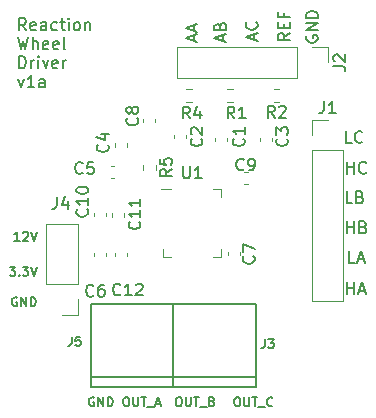
<source format=gbr>
%TF.GenerationSoftware,KiCad,Pcbnew,8.0.6-8.0.6-0~ubuntu24.04.1*%
%TF.CreationDate,2024-12-07T14:27:23-08:00*%
%TF.ProjectId,reaction_wheel,72656163-7469-46f6-9e5f-776865656c2e,v1a*%
%TF.SameCoordinates,Original*%
%TF.FileFunction,Legend,Top*%
%TF.FilePolarity,Positive*%
%FSLAX46Y46*%
G04 Gerber Fmt 4.6, Leading zero omitted, Abs format (unit mm)*
G04 Created by KiCad (PCBNEW 8.0.6-8.0.6-0~ubuntu24.04.1) date 2024-12-07 14:27:23*
%MOMM*%
%LPD*%
G01*
G04 APERTURE LIST*
%ADD10C,0.127000*%
%ADD11C,0.150000*%
%ADD12C,0.120000*%
%ADD13C,0.203200*%
G04 APERTURE END LIST*
D10*
X130832162Y-93113141D02*
X130977305Y-93113141D01*
X130977305Y-93113141D02*
X131049876Y-93149427D01*
X131049876Y-93149427D02*
X131122448Y-93221998D01*
X131122448Y-93221998D02*
X131158733Y-93367141D01*
X131158733Y-93367141D02*
X131158733Y-93621141D01*
X131158733Y-93621141D02*
X131122448Y-93766284D01*
X131122448Y-93766284D02*
X131049876Y-93838856D01*
X131049876Y-93838856D02*
X130977305Y-93875141D01*
X130977305Y-93875141D02*
X130832162Y-93875141D01*
X130832162Y-93875141D02*
X130759591Y-93838856D01*
X130759591Y-93838856D02*
X130687019Y-93766284D01*
X130687019Y-93766284D02*
X130650733Y-93621141D01*
X130650733Y-93621141D02*
X130650733Y-93367141D01*
X130650733Y-93367141D02*
X130687019Y-93221998D01*
X130687019Y-93221998D02*
X130759591Y-93149427D01*
X130759591Y-93149427D02*
X130832162Y-93113141D01*
X131485305Y-93113141D02*
X131485305Y-93729998D01*
X131485305Y-93729998D02*
X131521591Y-93802570D01*
X131521591Y-93802570D02*
X131557877Y-93838856D01*
X131557877Y-93838856D02*
X131630448Y-93875141D01*
X131630448Y-93875141D02*
X131775591Y-93875141D01*
X131775591Y-93875141D02*
X131848162Y-93838856D01*
X131848162Y-93838856D02*
X131884448Y-93802570D01*
X131884448Y-93802570D02*
X131920734Y-93729998D01*
X131920734Y-93729998D02*
X131920734Y-93113141D01*
X132174734Y-93113141D02*
X132610163Y-93113141D01*
X132392448Y-93875141D02*
X132392448Y-93113141D01*
X132682734Y-93947713D02*
X133263305Y-93947713D01*
X133408447Y-93657427D02*
X133771305Y-93657427D01*
X133335876Y-93875141D02*
X133589876Y-93113141D01*
X133589876Y-93113141D02*
X133843876Y-93875141D01*
D11*
X122408207Y-62039987D02*
X122074874Y-61563796D01*
X121836779Y-62039987D02*
X121836779Y-61039987D01*
X121836779Y-61039987D02*
X122217731Y-61039987D01*
X122217731Y-61039987D02*
X122312969Y-61087606D01*
X122312969Y-61087606D02*
X122360588Y-61135225D01*
X122360588Y-61135225D02*
X122408207Y-61230463D01*
X122408207Y-61230463D02*
X122408207Y-61373320D01*
X122408207Y-61373320D02*
X122360588Y-61468558D01*
X122360588Y-61468558D02*
X122312969Y-61516177D01*
X122312969Y-61516177D02*
X122217731Y-61563796D01*
X122217731Y-61563796D02*
X121836779Y-61563796D01*
X123217731Y-61992368D02*
X123122493Y-62039987D01*
X123122493Y-62039987D02*
X122932017Y-62039987D01*
X122932017Y-62039987D02*
X122836779Y-61992368D01*
X122836779Y-61992368D02*
X122789160Y-61897129D01*
X122789160Y-61897129D02*
X122789160Y-61516177D01*
X122789160Y-61516177D02*
X122836779Y-61420939D01*
X122836779Y-61420939D02*
X122932017Y-61373320D01*
X122932017Y-61373320D02*
X123122493Y-61373320D01*
X123122493Y-61373320D02*
X123217731Y-61420939D01*
X123217731Y-61420939D02*
X123265350Y-61516177D01*
X123265350Y-61516177D02*
X123265350Y-61611415D01*
X123265350Y-61611415D02*
X122789160Y-61706653D01*
X124122493Y-62039987D02*
X124122493Y-61516177D01*
X124122493Y-61516177D02*
X124074874Y-61420939D01*
X124074874Y-61420939D02*
X123979636Y-61373320D01*
X123979636Y-61373320D02*
X123789160Y-61373320D01*
X123789160Y-61373320D02*
X123693922Y-61420939D01*
X124122493Y-61992368D02*
X124027255Y-62039987D01*
X124027255Y-62039987D02*
X123789160Y-62039987D01*
X123789160Y-62039987D02*
X123693922Y-61992368D01*
X123693922Y-61992368D02*
X123646303Y-61897129D01*
X123646303Y-61897129D02*
X123646303Y-61801891D01*
X123646303Y-61801891D02*
X123693922Y-61706653D01*
X123693922Y-61706653D02*
X123789160Y-61659034D01*
X123789160Y-61659034D02*
X124027255Y-61659034D01*
X124027255Y-61659034D02*
X124122493Y-61611415D01*
X125027255Y-61992368D02*
X124932017Y-62039987D01*
X124932017Y-62039987D02*
X124741541Y-62039987D01*
X124741541Y-62039987D02*
X124646303Y-61992368D01*
X124646303Y-61992368D02*
X124598684Y-61944748D01*
X124598684Y-61944748D02*
X124551065Y-61849510D01*
X124551065Y-61849510D02*
X124551065Y-61563796D01*
X124551065Y-61563796D02*
X124598684Y-61468558D01*
X124598684Y-61468558D02*
X124646303Y-61420939D01*
X124646303Y-61420939D02*
X124741541Y-61373320D01*
X124741541Y-61373320D02*
X124932017Y-61373320D01*
X124932017Y-61373320D02*
X125027255Y-61420939D01*
X125312970Y-61373320D02*
X125693922Y-61373320D01*
X125455827Y-61039987D02*
X125455827Y-61897129D01*
X125455827Y-61897129D02*
X125503446Y-61992368D01*
X125503446Y-61992368D02*
X125598684Y-62039987D01*
X125598684Y-62039987D02*
X125693922Y-62039987D01*
X126027256Y-62039987D02*
X126027256Y-61373320D01*
X126027256Y-61039987D02*
X125979637Y-61087606D01*
X125979637Y-61087606D02*
X126027256Y-61135225D01*
X126027256Y-61135225D02*
X126074875Y-61087606D01*
X126074875Y-61087606D02*
X126027256Y-61039987D01*
X126027256Y-61039987D02*
X126027256Y-61135225D01*
X126646303Y-62039987D02*
X126551065Y-61992368D01*
X126551065Y-61992368D02*
X126503446Y-61944748D01*
X126503446Y-61944748D02*
X126455827Y-61849510D01*
X126455827Y-61849510D02*
X126455827Y-61563796D01*
X126455827Y-61563796D02*
X126503446Y-61468558D01*
X126503446Y-61468558D02*
X126551065Y-61420939D01*
X126551065Y-61420939D02*
X126646303Y-61373320D01*
X126646303Y-61373320D02*
X126789160Y-61373320D01*
X126789160Y-61373320D02*
X126884398Y-61420939D01*
X126884398Y-61420939D02*
X126932017Y-61468558D01*
X126932017Y-61468558D02*
X126979636Y-61563796D01*
X126979636Y-61563796D02*
X126979636Y-61849510D01*
X126979636Y-61849510D02*
X126932017Y-61944748D01*
X126932017Y-61944748D02*
X126884398Y-61992368D01*
X126884398Y-61992368D02*
X126789160Y-62039987D01*
X126789160Y-62039987D02*
X126646303Y-62039987D01*
X127408208Y-61373320D02*
X127408208Y-62039987D01*
X127408208Y-61468558D02*
X127455827Y-61420939D01*
X127455827Y-61420939D02*
X127551065Y-61373320D01*
X127551065Y-61373320D02*
X127693922Y-61373320D01*
X127693922Y-61373320D02*
X127789160Y-61420939D01*
X127789160Y-61420939D02*
X127836779Y-61516177D01*
X127836779Y-61516177D02*
X127836779Y-62039987D01*
X121741541Y-62649931D02*
X121979636Y-63649931D01*
X121979636Y-63649931D02*
X122170112Y-62935645D01*
X122170112Y-62935645D02*
X122360588Y-63649931D01*
X122360588Y-63649931D02*
X122598684Y-62649931D01*
X122979636Y-63649931D02*
X122979636Y-62649931D01*
X123408207Y-63649931D02*
X123408207Y-63126121D01*
X123408207Y-63126121D02*
X123360588Y-63030883D01*
X123360588Y-63030883D02*
X123265350Y-62983264D01*
X123265350Y-62983264D02*
X123122493Y-62983264D01*
X123122493Y-62983264D02*
X123027255Y-63030883D01*
X123027255Y-63030883D02*
X122979636Y-63078502D01*
X124265350Y-63602312D02*
X124170112Y-63649931D01*
X124170112Y-63649931D02*
X123979636Y-63649931D01*
X123979636Y-63649931D02*
X123884398Y-63602312D01*
X123884398Y-63602312D02*
X123836779Y-63507073D01*
X123836779Y-63507073D02*
X123836779Y-63126121D01*
X123836779Y-63126121D02*
X123884398Y-63030883D01*
X123884398Y-63030883D02*
X123979636Y-62983264D01*
X123979636Y-62983264D02*
X124170112Y-62983264D01*
X124170112Y-62983264D02*
X124265350Y-63030883D01*
X124265350Y-63030883D02*
X124312969Y-63126121D01*
X124312969Y-63126121D02*
X124312969Y-63221359D01*
X124312969Y-63221359D02*
X123836779Y-63316597D01*
X125122493Y-63602312D02*
X125027255Y-63649931D01*
X125027255Y-63649931D02*
X124836779Y-63649931D01*
X124836779Y-63649931D02*
X124741541Y-63602312D01*
X124741541Y-63602312D02*
X124693922Y-63507073D01*
X124693922Y-63507073D02*
X124693922Y-63126121D01*
X124693922Y-63126121D02*
X124741541Y-63030883D01*
X124741541Y-63030883D02*
X124836779Y-62983264D01*
X124836779Y-62983264D02*
X125027255Y-62983264D01*
X125027255Y-62983264D02*
X125122493Y-63030883D01*
X125122493Y-63030883D02*
X125170112Y-63126121D01*
X125170112Y-63126121D02*
X125170112Y-63221359D01*
X125170112Y-63221359D02*
X124693922Y-63316597D01*
X125741541Y-63649931D02*
X125646303Y-63602312D01*
X125646303Y-63602312D02*
X125598684Y-63507073D01*
X125598684Y-63507073D02*
X125598684Y-62649931D01*
X121836779Y-65259875D02*
X121836779Y-64259875D01*
X121836779Y-64259875D02*
X122074874Y-64259875D01*
X122074874Y-64259875D02*
X122217731Y-64307494D01*
X122217731Y-64307494D02*
X122312969Y-64402732D01*
X122312969Y-64402732D02*
X122360588Y-64497970D01*
X122360588Y-64497970D02*
X122408207Y-64688446D01*
X122408207Y-64688446D02*
X122408207Y-64831303D01*
X122408207Y-64831303D02*
X122360588Y-65021779D01*
X122360588Y-65021779D02*
X122312969Y-65117017D01*
X122312969Y-65117017D02*
X122217731Y-65212256D01*
X122217731Y-65212256D02*
X122074874Y-65259875D01*
X122074874Y-65259875D02*
X121836779Y-65259875D01*
X122836779Y-65259875D02*
X122836779Y-64593208D01*
X122836779Y-64783684D02*
X122884398Y-64688446D01*
X122884398Y-64688446D02*
X122932017Y-64640827D01*
X122932017Y-64640827D02*
X123027255Y-64593208D01*
X123027255Y-64593208D02*
X123122493Y-64593208D01*
X123455827Y-65259875D02*
X123455827Y-64593208D01*
X123455827Y-64259875D02*
X123408208Y-64307494D01*
X123408208Y-64307494D02*
X123455827Y-64355113D01*
X123455827Y-64355113D02*
X123503446Y-64307494D01*
X123503446Y-64307494D02*
X123455827Y-64259875D01*
X123455827Y-64259875D02*
X123455827Y-64355113D01*
X123836779Y-64593208D02*
X124074874Y-65259875D01*
X124074874Y-65259875D02*
X124312969Y-64593208D01*
X125074874Y-65212256D02*
X124979636Y-65259875D01*
X124979636Y-65259875D02*
X124789160Y-65259875D01*
X124789160Y-65259875D02*
X124693922Y-65212256D01*
X124693922Y-65212256D02*
X124646303Y-65117017D01*
X124646303Y-65117017D02*
X124646303Y-64736065D01*
X124646303Y-64736065D02*
X124693922Y-64640827D01*
X124693922Y-64640827D02*
X124789160Y-64593208D01*
X124789160Y-64593208D02*
X124979636Y-64593208D01*
X124979636Y-64593208D02*
X125074874Y-64640827D01*
X125074874Y-64640827D02*
X125122493Y-64736065D01*
X125122493Y-64736065D02*
X125122493Y-64831303D01*
X125122493Y-64831303D02*
X124646303Y-64926541D01*
X125551065Y-65259875D02*
X125551065Y-64593208D01*
X125551065Y-64783684D02*
X125598684Y-64688446D01*
X125598684Y-64688446D02*
X125646303Y-64640827D01*
X125646303Y-64640827D02*
X125741541Y-64593208D01*
X125741541Y-64593208D02*
X125836779Y-64593208D01*
X121741541Y-66203152D02*
X121979636Y-66869819D01*
X121979636Y-66869819D02*
X122217731Y-66203152D01*
X123122493Y-66869819D02*
X122551065Y-66869819D01*
X122836779Y-66869819D02*
X122836779Y-65869819D01*
X122836779Y-65869819D02*
X122741541Y-66012676D01*
X122741541Y-66012676D02*
X122646303Y-66107914D01*
X122646303Y-66107914D02*
X122551065Y-66155533D01*
X123979636Y-66869819D02*
X123979636Y-66346009D01*
X123979636Y-66346009D02*
X123932017Y-66250771D01*
X123932017Y-66250771D02*
X123836779Y-66203152D01*
X123836779Y-66203152D02*
X123646303Y-66203152D01*
X123646303Y-66203152D02*
X123551065Y-66250771D01*
X123979636Y-66822200D02*
X123884398Y-66869819D01*
X123884398Y-66869819D02*
X123646303Y-66869819D01*
X123646303Y-66869819D02*
X123551065Y-66822200D01*
X123551065Y-66822200D02*
X123503446Y-66726961D01*
X123503446Y-66726961D02*
X123503446Y-66631723D01*
X123503446Y-66631723D02*
X123551065Y-66536485D01*
X123551065Y-66536485D02*
X123646303Y-66488866D01*
X123646303Y-66488866D02*
X123884398Y-66488866D01*
X123884398Y-66488866D02*
X123979636Y-66441247D01*
D10*
X121032877Y-82075641D02*
X121504591Y-82075641D01*
X121504591Y-82075641D02*
X121250591Y-82365927D01*
X121250591Y-82365927D02*
X121359448Y-82365927D01*
X121359448Y-82365927D02*
X121432020Y-82402213D01*
X121432020Y-82402213D02*
X121468305Y-82438498D01*
X121468305Y-82438498D02*
X121504591Y-82511070D01*
X121504591Y-82511070D02*
X121504591Y-82692498D01*
X121504591Y-82692498D02*
X121468305Y-82765070D01*
X121468305Y-82765070D02*
X121432020Y-82801356D01*
X121432020Y-82801356D02*
X121359448Y-82837641D01*
X121359448Y-82837641D02*
X121141734Y-82837641D01*
X121141734Y-82837641D02*
X121069162Y-82801356D01*
X121069162Y-82801356D02*
X121032877Y-82765070D01*
X121831162Y-82765070D02*
X121867448Y-82801356D01*
X121867448Y-82801356D02*
X121831162Y-82837641D01*
X121831162Y-82837641D02*
X121794876Y-82801356D01*
X121794876Y-82801356D02*
X121831162Y-82765070D01*
X121831162Y-82765070D02*
X121831162Y-82837641D01*
X122121448Y-82075641D02*
X122593162Y-82075641D01*
X122593162Y-82075641D02*
X122339162Y-82365927D01*
X122339162Y-82365927D02*
X122448019Y-82365927D01*
X122448019Y-82365927D02*
X122520591Y-82402213D01*
X122520591Y-82402213D02*
X122556876Y-82438498D01*
X122556876Y-82438498D02*
X122593162Y-82511070D01*
X122593162Y-82511070D02*
X122593162Y-82692498D01*
X122593162Y-82692498D02*
X122556876Y-82765070D01*
X122556876Y-82765070D02*
X122520591Y-82801356D01*
X122520591Y-82801356D02*
X122448019Y-82837641D01*
X122448019Y-82837641D02*
X122230305Y-82837641D01*
X122230305Y-82837641D02*
X122157733Y-82801356D01*
X122157733Y-82801356D02*
X122121448Y-82765070D01*
X122810876Y-82075641D02*
X123064876Y-82837641D01*
X123064876Y-82837641D02*
X123318876Y-82075641D01*
D11*
X144767319Y-62283928D02*
X144291128Y-62617261D01*
X144767319Y-62855356D02*
X143767319Y-62855356D01*
X143767319Y-62855356D02*
X143767319Y-62474404D01*
X143767319Y-62474404D02*
X143814938Y-62379166D01*
X143814938Y-62379166D02*
X143862557Y-62331547D01*
X143862557Y-62331547D02*
X143957795Y-62283928D01*
X143957795Y-62283928D02*
X144100652Y-62283928D01*
X144100652Y-62283928D02*
X144195890Y-62331547D01*
X144195890Y-62331547D02*
X144243509Y-62379166D01*
X144243509Y-62379166D02*
X144291128Y-62474404D01*
X144291128Y-62474404D02*
X144291128Y-62855356D01*
X144243509Y-61855356D02*
X144243509Y-61522023D01*
X144767319Y-61379166D02*
X144767319Y-61855356D01*
X144767319Y-61855356D02*
X143767319Y-61855356D01*
X143767319Y-61855356D02*
X143767319Y-61379166D01*
X144243509Y-60617261D02*
X144243509Y-60950594D01*
X144767319Y-60950594D02*
X143767319Y-60950594D01*
X143767319Y-60950594D02*
X143767319Y-60474404D01*
D10*
X128174733Y-93149427D02*
X128102162Y-93113141D01*
X128102162Y-93113141D02*
X127993304Y-93113141D01*
X127993304Y-93113141D02*
X127884447Y-93149427D01*
X127884447Y-93149427D02*
X127811876Y-93221998D01*
X127811876Y-93221998D02*
X127775590Y-93294570D01*
X127775590Y-93294570D02*
X127739304Y-93439713D01*
X127739304Y-93439713D02*
X127739304Y-93548570D01*
X127739304Y-93548570D02*
X127775590Y-93693713D01*
X127775590Y-93693713D02*
X127811876Y-93766284D01*
X127811876Y-93766284D02*
X127884447Y-93838856D01*
X127884447Y-93838856D02*
X127993304Y-93875141D01*
X127993304Y-93875141D02*
X128065876Y-93875141D01*
X128065876Y-93875141D02*
X128174733Y-93838856D01*
X128174733Y-93838856D02*
X128211019Y-93802570D01*
X128211019Y-93802570D02*
X128211019Y-93548570D01*
X128211019Y-93548570D02*
X128065876Y-93548570D01*
X128537590Y-93875141D02*
X128537590Y-93113141D01*
X128537590Y-93113141D02*
X128973019Y-93875141D01*
X128973019Y-93875141D02*
X128973019Y-93113141D01*
X129335876Y-93875141D02*
X129335876Y-93113141D01*
X129335876Y-93113141D02*
X129517305Y-93113141D01*
X129517305Y-93113141D02*
X129626162Y-93149427D01*
X129626162Y-93149427D02*
X129698733Y-93221998D01*
X129698733Y-93221998D02*
X129735019Y-93294570D01*
X129735019Y-93294570D02*
X129771305Y-93439713D01*
X129771305Y-93439713D02*
X129771305Y-93548570D01*
X129771305Y-93548570D02*
X129735019Y-93693713D01*
X129735019Y-93693713D02*
X129698733Y-93766284D01*
X129698733Y-93766284D02*
X129626162Y-93838856D01*
X129626162Y-93838856D02*
X129517305Y-93875141D01*
X129517305Y-93875141D02*
X129335876Y-93875141D01*
X121649733Y-84686927D02*
X121577162Y-84650641D01*
X121577162Y-84650641D02*
X121468304Y-84650641D01*
X121468304Y-84650641D02*
X121359447Y-84686927D01*
X121359447Y-84686927D02*
X121286876Y-84759498D01*
X121286876Y-84759498D02*
X121250590Y-84832070D01*
X121250590Y-84832070D02*
X121214304Y-84977213D01*
X121214304Y-84977213D02*
X121214304Y-85086070D01*
X121214304Y-85086070D02*
X121250590Y-85231213D01*
X121250590Y-85231213D02*
X121286876Y-85303784D01*
X121286876Y-85303784D02*
X121359447Y-85376356D01*
X121359447Y-85376356D02*
X121468304Y-85412641D01*
X121468304Y-85412641D02*
X121540876Y-85412641D01*
X121540876Y-85412641D02*
X121649733Y-85376356D01*
X121649733Y-85376356D02*
X121686019Y-85340070D01*
X121686019Y-85340070D02*
X121686019Y-85086070D01*
X121686019Y-85086070D02*
X121540876Y-85086070D01*
X122012590Y-85412641D02*
X122012590Y-84650641D01*
X122012590Y-84650641D02*
X122448019Y-85412641D01*
X122448019Y-85412641D02*
X122448019Y-84650641D01*
X122810876Y-85412641D02*
X122810876Y-84650641D01*
X122810876Y-84650641D02*
X122992305Y-84650641D01*
X122992305Y-84650641D02*
X123101162Y-84686927D01*
X123101162Y-84686927D02*
X123173733Y-84759498D01*
X123173733Y-84759498D02*
X123210019Y-84832070D01*
X123210019Y-84832070D02*
X123246305Y-84977213D01*
X123246305Y-84977213D02*
X123246305Y-85086070D01*
X123246305Y-85086070D02*
X123210019Y-85231213D01*
X123210019Y-85231213D02*
X123173733Y-85303784D01*
X123173733Y-85303784D02*
X123101162Y-85376356D01*
X123101162Y-85376356D02*
X122992305Y-85412641D01*
X122992305Y-85412641D02*
X122810876Y-85412641D01*
D11*
X149599279Y-79232319D02*
X149599279Y-78232319D01*
X149599279Y-78708509D02*
X150170707Y-78708509D01*
X150170707Y-79232319D02*
X150170707Y-78232319D01*
X150980231Y-78708509D02*
X151123088Y-78756128D01*
X151123088Y-78756128D02*
X151170707Y-78803747D01*
X151170707Y-78803747D02*
X151218326Y-78898985D01*
X151218326Y-78898985D02*
X151218326Y-79041842D01*
X151218326Y-79041842D02*
X151170707Y-79137080D01*
X151170707Y-79137080D02*
X151123088Y-79184700D01*
X151123088Y-79184700D02*
X151027850Y-79232319D01*
X151027850Y-79232319D02*
X150646898Y-79232319D01*
X150646898Y-79232319D02*
X150646898Y-78232319D01*
X150646898Y-78232319D02*
X150980231Y-78232319D01*
X150980231Y-78232319D02*
X151075469Y-78279938D01*
X151075469Y-78279938D02*
X151123088Y-78327557D01*
X151123088Y-78327557D02*
X151170707Y-78422795D01*
X151170707Y-78422795D02*
X151170707Y-78518033D01*
X151170707Y-78518033D02*
X151123088Y-78613271D01*
X151123088Y-78613271D02*
X151075469Y-78660890D01*
X151075469Y-78660890D02*
X150980231Y-78708509D01*
X150980231Y-78708509D02*
X150646898Y-78708509D01*
X141731604Y-62850594D02*
X141731604Y-62374404D01*
X142017319Y-62945832D02*
X141017319Y-62612499D01*
X141017319Y-62612499D02*
X142017319Y-62279166D01*
X141922080Y-61374404D02*
X141969700Y-61422023D01*
X141969700Y-61422023D02*
X142017319Y-61564880D01*
X142017319Y-61564880D02*
X142017319Y-61660118D01*
X142017319Y-61660118D02*
X141969700Y-61802975D01*
X141969700Y-61802975D02*
X141874461Y-61898213D01*
X141874461Y-61898213D02*
X141779223Y-61945832D01*
X141779223Y-61945832D02*
X141588747Y-61993451D01*
X141588747Y-61993451D02*
X141445890Y-61993451D01*
X141445890Y-61993451D02*
X141255414Y-61945832D01*
X141255414Y-61945832D02*
X141160176Y-61898213D01*
X141160176Y-61898213D02*
X141064938Y-61802975D01*
X141064938Y-61802975D02*
X141017319Y-61660118D01*
X141017319Y-61660118D02*
X141017319Y-61564880D01*
X141017319Y-61564880D02*
X141064938Y-61422023D01*
X141064938Y-61422023D02*
X141112557Y-61374404D01*
X146164938Y-62524404D02*
X146117319Y-62619642D01*
X146117319Y-62619642D02*
X146117319Y-62762499D01*
X146117319Y-62762499D02*
X146164938Y-62905356D01*
X146164938Y-62905356D02*
X146260176Y-63000594D01*
X146260176Y-63000594D02*
X146355414Y-63048213D01*
X146355414Y-63048213D02*
X146545890Y-63095832D01*
X146545890Y-63095832D02*
X146688747Y-63095832D01*
X146688747Y-63095832D02*
X146879223Y-63048213D01*
X146879223Y-63048213D02*
X146974461Y-63000594D01*
X146974461Y-63000594D02*
X147069700Y-62905356D01*
X147069700Y-62905356D02*
X147117319Y-62762499D01*
X147117319Y-62762499D02*
X147117319Y-62667261D01*
X147117319Y-62667261D02*
X147069700Y-62524404D01*
X147069700Y-62524404D02*
X147022080Y-62476785D01*
X147022080Y-62476785D02*
X146688747Y-62476785D01*
X146688747Y-62476785D02*
X146688747Y-62667261D01*
X147117319Y-62048213D02*
X146117319Y-62048213D01*
X146117319Y-62048213D02*
X147117319Y-61476785D01*
X147117319Y-61476785D02*
X146117319Y-61476785D01*
X147117319Y-61000594D02*
X146117319Y-61000594D01*
X146117319Y-61000594D02*
X146117319Y-60762499D01*
X146117319Y-60762499D02*
X146164938Y-60619642D01*
X146164938Y-60619642D02*
X146260176Y-60524404D01*
X146260176Y-60524404D02*
X146355414Y-60476785D01*
X146355414Y-60476785D02*
X146545890Y-60429166D01*
X146545890Y-60429166D02*
X146688747Y-60429166D01*
X146688747Y-60429166D02*
X146879223Y-60476785D01*
X146879223Y-60476785D02*
X146974461Y-60524404D01*
X146974461Y-60524404D02*
X147069700Y-60619642D01*
X147069700Y-60619642D02*
X147117319Y-60762499D01*
X147117319Y-60762499D02*
X147117319Y-61000594D01*
D10*
X140223305Y-93138141D02*
X140368448Y-93138141D01*
X140368448Y-93138141D02*
X140441019Y-93174427D01*
X140441019Y-93174427D02*
X140513591Y-93246998D01*
X140513591Y-93246998D02*
X140549876Y-93392141D01*
X140549876Y-93392141D02*
X140549876Y-93646141D01*
X140549876Y-93646141D02*
X140513591Y-93791284D01*
X140513591Y-93791284D02*
X140441019Y-93863856D01*
X140441019Y-93863856D02*
X140368448Y-93900141D01*
X140368448Y-93900141D02*
X140223305Y-93900141D01*
X140223305Y-93900141D02*
X140150734Y-93863856D01*
X140150734Y-93863856D02*
X140078162Y-93791284D01*
X140078162Y-93791284D02*
X140041876Y-93646141D01*
X140041876Y-93646141D02*
X140041876Y-93392141D01*
X140041876Y-93392141D02*
X140078162Y-93246998D01*
X140078162Y-93246998D02*
X140150734Y-93174427D01*
X140150734Y-93174427D02*
X140223305Y-93138141D01*
X140876448Y-93138141D02*
X140876448Y-93754998D01*
X140876448Y-93754998D02*
X140912734Y-93827570D01*
X140912734Y-93827570D02*
X140949020Y-93863856D01*
X140949020Y-93863856D02*
X141021591Y-93900141D01*
X141021591Y-93900141D02*
X141166734Y-93900141D01*
X141166734Y-93900141D02*
X141239305Y-93863856D01*
X141239305Y-93863856D02*
X141275591Y-93827570D01*
X141275591Y-93827570D02*
X141311877Y-93754998D01*
X141311877Y-93754998D02*
X141311877Y-93138141D01*
X141565877Y-93138141D02*
X142001306Y-93138141D01*
X141783591Y-93900141D02*
X141783591Y-93138141D01*
X142073877Y-93972713D02*
X142654448Y-93972713D01*
X143271305Y-93827570D02*
X143235019Y-93863856D01*
X143235019Y-93863856D02*
X143126162Y-93900141D01*
X143126162Y-93900141D02*
X143053590Y-93900141D01*
X143053590Y-93900141D02*
X142944733Y-93863856D01*
X142944733Y-93863856D02*
X142872162Y-93791284D01*
X142872162Y-93791284D02*
X142835876Y-93718713D01*
X142835876Y-93718713D02*
X142799590Y-93573570D01*
X142799590Y-93573570D02*
X142799590Y-93464713D01*
X142799590Y-93464713D02*
X142835876Y-93319570D01*
X142835876Y-93319570D02*
X142872162Y-93246998D01*
X142872162Y-93246998D02*
X142944733Y-93174427D01*
X142944733Y-93174427D02*
X143053590Y-93138141D01*
X143053590Y-93138141D02*
X143126162Y-93138141D01*
X143126162Y-93138141D02*
X143235019Y-93174427D01*
X143235019Y-93174427D02*
X143271305Y-93210713D01*
D11*
X149599279Y-74182319D02*
X149599279Y-73182319D01*
X149599279Y-73658509D02*
X150170707Y-73658509D01*
X150170707Y-74182319D02*
X150170707Y-73182319D01*
X151218326Y-74087080D02*
X151170707Y-74134700D01*
X151170707Y-74134700D02*
X151027850Y-74182319D01*
X151027850Y-74182319D02*
X150932612Y-74182319D01*
X150932612Y-74182319D02*
X150789755Y-74134700D01*
X150789755Y-74134700D02*
X150694517Y-74039461D01*
X150694517Y-74039461D02*
X150646898Y-73944223D01*
X150646898Y-73944223D02*
X150599279Y-73753747D01*
X150599279Y-73753747D02*
X150599279Y-73610890D01*
X150599279Y-73610890D02*
X150646898Y-73420414D01*
X150646898Y-73420414D02*
X150694517Y-73325176D01*
X150694517Y-73325176D02*
X150789755Y-73229938D01*
X150789755Y-73229938D02*
X150932612Y-73182319D01*
X150932612Y-73182319D02*
X151027850Y-73182319D01*
X151027850Y-73182319D02*
X151170707Y-73229938D01*
X151170707Y-73229938D02*
X151218326Y-73277557D01*
X139081604Y-62950594D02*
X139081604Y-62474404D01*
X139367319Y-63045832D02*
X138367319Y-62712499D01*
X138367319Y-62712499D02*
X139367319Y-62379166D01*
X138843509Y-61712499D02*
X138891128Y-61569642D01*
X138891128Y-61569642D02*
X138938747Y-61522023D01*
X138938747Y-61522023D02*
X139033985Y-61474404D01*
X139033985Y-61474404D02*
X139176842Y-61474404D01*
X139176842Y-61474404D02*
X139272080Y-61522023D01*
X139272080Y-61522023D02*
X139319700Y-61569642D01*
X139319700Y-61569642D02*
X139367319Y-61664880D01*
X139367319Y-61664880D02*
X139367319Y-62045832D01*
X139367319Y-62045832D02*
X138367319Y-62045832D01*
X138367319Y-62045832D02*
X138367319Y-61712499D01*
X138367319Y-61712499D02*
X138414938Y-61617261D01*
X138414938Y-61617261D02*
X138462557Y-61569642D01*
X138462557Y-61569642D02*
X138557795Y-61522023D01*
X138557795Y-61522023D02*
X138653033Y-61522023D01*
X138653033Y-61522023D02*
X138748271Y-61569642D01*
X138748271Y-61569642D02*
X138795890Y-61617261D01*
X138795890Y-61617261D02*
X138843509Y-61712499D01*
X138843509Y-61712499D02*
X138843509Y-62045832D01*
X150225469Y-81732319D02*
X149749279Y-81732319D01*
X149749279Y-81732319D02*
X149749279Y-80732319D01*
X150511184Y-81446604D02*
X150987374Y-81446604D01*
X150415946Y-81732319D02*
X150749279Y-80732319D01*
X150749279Y-80732319D02*
X151082612Y-81732319D01*
D10*
X121867448Y-79875141D02*
X121432019Y-79875141D01*
X121649734Y-79875141D02*
X121649734Y-79113141D01*
X121649734Y-79113141D02*
X121577162Y-79221998D01*
X121577162Y-79221998D02*
X121504591Y-79294570D01*
X121504591Y-79294570D02*
X121432019Y-79330856D01*
X122157733Y-79185713D02*
X122194019Y-79149427D01*
X122194019Y-79149427D02*
X122266591Y-79113141D01*
X122266591Y-79113141D02*
X122448019Y-79113141D01*
X122448019Y-79113141D02*
X122520591Y-79149427D01*
X122520591Y-79149427D02*
X122556876Y-79185713D01*
X122556876Y-79185713D02*
X122593162Y-79258284D01*
X122593162Y-79258284D02*
X122593162Y-79330856D01*
X122593162Y-79330856D02*
X122556876Y-79439713D01*
X122556876Y-79439713D02*
X122121448Y-79875141D01*
X122121448Y-79875141D02*
X122593162Y-79875141D01*
X122810876Y-79113141D02*
X123064876Y-79875141D01*
X123064876Y-79875141D02*
X123318876Y-79113141D01*
D11*
X149599279Y-84382319D02*
X149599279Y-83382319D01*
X149599279Y-83858509D02*
X150170707Y-83858509D01*
X150170707Y-84382319D02*
X150170707Y-83382319D01*
X150599279Y-84096604D02*
X151075469Y-84096604D01*
X150504041Y-84382319D02*
X150837374Y-83382319D01*
X150837374Y-83382319D02*
X151170707Y-84382319D01*
X150025469Y-76682319D02*
X149549279Y-76682319D01*
X149549279Y-76682319D02*
X149549279Y-75682319D01*
X150692136Y-76158509D02*
X150834993Y-76206128D01*
X150834993Y-76206128D02*
X150882612Y-76253747D01*
X150882612Y-76253747D02*
X150930231Y-76348985D01*
X150930231Y-76348985D02*
X150930231Y-76491842D01*
X150930231Y-76491842D02*
X150882612Y-76587080D01*
X150882612Y-76587080D02*
X150834993Y-76634700D01*
X150834993Y-76634700D02*
X150739755Y-76682319D01*
X150739755Y-76682319D02*
X150358803Y-76682319D01*
X150358803Y-76682319D02*
X150358803Y-75682319D01*
X150358803Y-75682319D02*
X150692136Y-75682319D01*
X150692136Y-75682319D02*
X150787374Y-75729938D01*
X150787374Y-75729938D02*
X150834993Y-75777557D01*
X150834993Y-75777557D02*
X150882612Y-75872795D01*
X150882612Y-75872795D02*
X150882612Y-75968033D01*
X150882612Y-75968033D02*
X150834993Y-76063271D01*
X150834993Y-76063271D02*
X150787374Y-76110890D01*
X150787374Y-76110890D02*
X150692136Y-76158509D01*
X150692136Y-76158509D02*
X150358803Y-76158509D01*
X136631604Y-62929166D02*
X136631604Y-62452976D01*
X136917319Y-63024404D02*
X135917319Y-62691071D01*
X135917319Y-62691071D02*
X136917319Y-62357738D01*
X136631604Y-62072023D02*
X136631604Y-61595833D01*
X136917319Y-62167261D02*
X135917319Y-61833928D01*
X135917319Y-61833928D02*
X136917319Y-61500595D01*
X149975469Y-71582319D02*
X149499279Y-71582319D01*
X149499279Y-71582319D02*
X149499279Y-70582319D01*
X150880231Y-71487080D02*
X150832612Y-71534700D01*
X150832612Y-71534700D02*
X150689755Y-71582319D01*
X150689755Y-71582319D02*
X150594517Y-71582319D01*
X150594517Y-71582319D02*
X150451660Y-71534700D01*
X150451660Y-71534700D02*
X150356422Y-71439461D01*
X150356422Y-71439461D02*
X150308803Y-71344223D01*
X150308803Y-71344223D02*
X150261184Y-71153747D01*
X150261184Y-71153747D02*
X150261184Y-71010890D01*
X150261184Y-71010890D02*
X150308803Y-70820414D01*
X150308803Y-70820414D02*
X150356422Y-70725176D01*
X150356422Y-70725176D02*
X150451660Y-70629938D01*
X150451660Y-70629938D02*
X150594517Y-70582319D01*
X150594517Y-70582319D02*
X150689755Y-70582319D01*
X150689755Y-70582319D02*
X150832612Y-70629938D01*
X150832612Y-70629938D02*
X150880231Y-70677557D01*
D10*
X135285805Y-93113141D02*
X135430948Y-93113141D01*
X135430948Y-93113141D02*
X135503519Y-93149427D01*
X135503519Y-93149427D02*
X135576091Y-93221998D01*
X135576091Y-93221998D02*
X135612376Y-93367141D01*
X135612376Y-93367141D02*
X135612376Y-93621141D01*
X135612376Y-93621141D02*
X135576091Y-93766284D01*
X135576091Y-93766284D02*
X135503519Y-93838856D01*
X135503519Y-93838856D02*
X135430948Y-93875141D01*
X135430948Y-93875141D02*
X135285805Y-93875141D01*
X135285805Y-93875141D02*
X135213234Y-93838856D01*
X135213234Y-93838856D02*
X135140662Y-93766284D01*
X135140662Y-93766284D02*
X135104376Y-93621141D01*
X135104376Y-93621141D02*
X135104376Y-93367141D01*
X135104376Y-93367141D02*
X135140662Y-93221998D01*
X135140662Y-93221998D02*
X135213234Y-93149427D01*
X135213234Y-93149427D02*
X135285805Y-93113141D01*
X135938948Y-93113141D02*
X135938948Y-93729998D01*
X135938948Y-93729998D02*
X135975234Y-93802570D01*
X135975234Y-93802570D02*
X136011520Y-93838856D01*
X136011520Y-93838856D02*
X136084091Y-93875141D01*
X136084091Y-93875141D02*
X136229234Y-93875141D01*
X136229234Y-93875141D02*
X136301805Y-93838856D01*
X136301805Y-93838856D02*
X136338091Y-93802570D01*
X136338091Y-93802570D02*
X136374377Y-93729998D01*
X136374377Y-93729998D02*
X136374377Y-93113141D01*
X136628377Y-93113141D02*
X137063806Y-93113141D01*
X136846091Y-93875141D02*
X136846091Y-93113141D01*
X137136377Y-93947713D02*
X137716948Y-93947713D01*
X138152376Y-93475998D02*
X138261233Y-93512284D01*
X138261233Y-93512284D02*
X138297519Y-93548570D01*
X138297519Y-93548570D02*
X138333805Y-93621141D01*
X138333805Y-93621141D02*
X138333805Y-93729998D01*
X138333805Y-93729998D02*
X138297519Y-93802570D01*
X138297519Y-93802570D02*
X138261233Y-93838856D01*
X138261233Y-93838856D02*
X138188662Y-93875141D01*
X138188662Y-93875141D02*
X137898376Y-93875141D01*
X137898376Y-93875141D02*
X137898376Y-93113141D01*
X137898376Y-93113141D02*
X138152376Y-93113141D01*
X138152376Y-93113141D02*
X138224948Y-93149427D01*
X138224948Y-93149427D02*
X138261233Y-93185713D01*
X138261233Y-93185713D02*
X138297519Y-93258284D01*
X138297519Y-93258284D02*
X138297519Y-93330856D01*
X138297519Y-93330856D02*
X138261233Y-93403427D01*
X138261233Y-93403427D02*
X138224948Y-93439713D01*
X138224948Y-93439713D02*
X138152376Y-93475998D01*
X138152376Y-93475998D02*
X137898376Y-93475998D01*
D11*
X144487080Y-71229166D02*
X144534700Y-71276785D01*
X144534700Y-71276785D02*
X144582319Y-71419642D01*
X144582319Y-71419642D02*
X144582319Y-71514880D01*
X144582319Y-71514880D02*
X144534700Y-71657737D01*
X144534700Y-71657737D02*
X144439461Y-71752975D01*
X144439461Y-71752975D02*
X144344223Y-71800594D01*
X144344223Y-71800594D02*
X144153747Y-71848213D01*
X144153747Y-71848213D02*
X144010890Y-71848213D01*
X144010890Y-71848213D02*
X143820414Y-71800594D01*
X143820414Y-71800594D02*
X143725176Y-71752975D01*
X143725176Y-71752975D02*
X143629938Y-71657737D01*
X143629938Y-71657737D02*
X143582319Y-71514880D01*
X143582319Y-71514880D02*
X143582319Y-71419642D01*
X143582319Y-71419642D02*
X143629938Y-71276785D01*
X143629938Y-71276785D02*
X143677557Y-71229166D01*
X143582319Y-70895832D02*
X143582319Y-70276785D01*
X143582319Y-70276785D02*
X143963271Y-70610118D01*
X143963271Y-70610118D02*
X143963271Y-70467261D01*
X143963271Y-70467261D02*
X144010890Y-70372023D01*
X144010890Y-70372023D02*
X144058509Y-70324404D01*
X144058509Y-70324404D02*
X144153747Y-70276785D01*
X144153747Y-70276785D02*
X144391842Y-70276785D01*
X144391842Y-70276785D02*
X144487080Y-70324404D01*
X144487080Y-70324404D02*
X144534700Y-70372023D01*
X144534700Y-70372023D02*
X144582319Y-70467261D01*
X144582319Y-70467261D02*
X144582319Y-70752975D01*
X144582319Y-70752975D02*
X144534700Y-70848213D01*
X144534700Y-70848213D02*
X144487080Y-70895832D01*
X147629166Y-68067319D02*
X147629166Y-68781604D01*
X147629166Y-68781604D02*
X147581547Y-68924461D01*
X147581547Y-68924461D02*
X147486309Y-69019700D01*
X147486309Y-69019700D02*
X147343452Y-69067319D01*
X147343452Y-69067319D02*
X147248214Y-69067319D01*
X148629166Y-69067319D02*
X148057738Y-69067319D01*
X148343452Y-69067319D02*
X148343452Y-68067319D01*
X148343452Y-68067319D02*
X148248214Y-68210176D01*
X148248214Y-68210176D02*
X148152976Y-68305414D01*
X148152976Y-68305414D02*
X148057738Y-68353033D01*
X135700595Y-73567319D02*
X135700595Y-74376842D01*
X135700595Y-74376842D02*
X135748214Y-74472080D01*
X135748214Y-74472080D02*
X135795833Y-74519700D01*
X135795833Y-74519700D02*
X135891071Y-74567319D01*
X135891071Y-74567319D02*
X136081547Y-74567319D01*
X136081547Y-74567319D02*
X136176785Y-74519700D01*
X136176785Y-74519700D02*
X136224404Y-74472080D01*
X136224404Y-74472080D02*
X136272023Y-74376842D01*
X136272023Y-74376842D02*
X136272023Y-73567319D01*
X137272023Y-74567319D02*
X136700595Y-74567319D01*
X136986309Y-74567319D02*
X136986309Y-73567319D01*
X136986309Y-73567319D02*
X136891071Y-73710176D01*
X136891071Y-73710176D02*
X136795833Y-73805414D01*
X136795833Y-73805414D02*
X136700595Y-73853033D01*
X137252080Y-71229166D02*
X137299700Y-71276785D01*
X137299700Y-71276785D02*
X137347319Y-71419642D01*
X137347319Y-71419642D02*
X137347319Y-71514880D01*
X137347319Y-71514880D02*
X137299700Y-71657737D01*
X137299700Y-71657737D02*
X137204461Y-71752975D01*
X137204461Y-71752975D02*
X137109223Y-71800594D01*
X137109223Y-71800594D02*
X136918747Y-71848213D01*
X136918747Y-71848213D02*
X136775890Y-71848213D01*
X136775890Y-71848213D02*
X136585414Y-71800594D01*
X136585414Y-71800594D02*
X136490176Y-71752975D01*
X136490176Y-71752975D02*
X136394938Y-71657737D01*
X136394938Y-71657737D02*
X136347319Y-71514880D01*
X136347319Y-71514880D02*
X136347319Y-71419642D01*
X136347319Y-71419642D02*
X136394938Y-71276785D01*
X136394938Y-71276785D02*
X136442557Y-71229166D01*
X136442557Y-70848213D02*
X136394938Y-70800594D01*
X136394938Y-70800594D02*
X136347319Y-70705356D01*
X136347319Y-70705356D02*
X136347319Y-70467261D01*
X136347319Y-70467261D02*
X136394938Y-70372023D01*
X136394938Y-70372023D02*
X136442557Y-70324404D01*
X136442557Y-70324404D02*
X136537795Y-70276785D01*
X136537795Y-70276785D02*
X136633033Y-70276785D01*
X136633033Y-70276785D02*
X136775890Y-70324404D01*
X136775890Y-70324404D02*
X137347319Y-70895832D01*
X137347319Y-70895832D02*
X137347319Y-70276785D01*
X140845833Y-73822080D02*
X140798214Y-73869700D01*
X140798214Y-73869700D02*
X140655357Y-73917319D01*
X140655357Y-73917319D02*
X140560119Y-73917319D01*
X140560119Y-73917319D02*
X140417262Y-73869700D01*
X140417262Y-73869700D02*
X140322024Y-73774461D01*
X140322024Y-73774461D02*
X140274405Y-73679223D01*
X140274405Y-73679223D02*
X140226786Y-73488747D01*
X140226786Y-73488747D02*
X140226786Y-73345890D01*
X140226786Y-73345890D02*
X140274405Y-73155414D01*
X140274405Y-73155414D02*
X140322024Y-73060176D01*
X140322024Y-73060176D02*
X140417262Y-72964938D01*
X140417262Y-72964938D02*
X140560119Y-72917319D01*
X140560119Y-72917319D02*
X140655357Y-72917319D01*
X140655357Y-72917319D02*
X140798214Y-72964938D01*
X140798214Y-72964938D02*
X140845833Y-73012557D01*
X141322024Y-73917319D02*
X141512500Y-73917319D01*
X141512500Y-73917319D02*
X141607738Y-73869700D01*
X141607738Y-73869700D02*
X141655357Y-73822080D01*
X141655357Y-73822080D02*
X141750595Y-73679223D01*
X141750595Y-73679223D02*
X141798214Y-73488747D01*
X141798214Y-73488747D02*
X141798214Y-73107795D01*
X141798214Y-73107795D02*
X141750595Y-73012557D01*
X141750595Y-73012557D02*
X141702976Y-72964938D01*
X141702976Y-72964938D02*
X141607738Y-72917319D01*
X141607738Y-72917319D02*
X141417262Y-72917319D01*
X141417262Y-72917319D02*
X141322024Y-72964938D01*
X141322024Y-72964938D02*
X141274405Y-73012557D01*
X141274405Y-73012557D02*
X141226786Y-73107795D01*
X141226786Y-73107795D02*
X141226786Y-73345890D01*
X141226786Y-73345890D02*
X141274405Y-73441128D01*
X141274405Y-73441128D02*
X141322024Y-73488747D01*
X141322024Y-73488747D02*
X141417262Y-73536366D01*
X141417262Y-73536366D02*
X141607738Y-73536366D01*
X141607738Y-73536366D02*
X141702976Y-73488747D01*
X141702976Y-73488747D02*
X141750595Y-73441128D01*
X141750595Y-73441128D02*
X141798214Y-73345890D01*
X125029166Y-76167319D02*
X125029166Y-76881604D01*
X125029166Y-76881604D02*
X124981547Y-77024461D01*
X124981547Y-77024461D02*
X124886309Y-77119700D01*
X124886309Y-77119700D02*
X124743452Y-77167319D01*
X124743452Y-77167319D02*
X124648214Y-77167319D01*
X125933928Y-76500652D02*
X125933928Y-77167319D01*
X125695833Y-76119700D02*
X125457738Y-76833985D01*
X125457738Y-76833985D02*
X126076785Y-76833985D01*
X129322080Y-71729166D02*
X129369700Y-71776785D01*
X129369700Y-71776785D02*
X129417319Y-71919642D01*
X129417319Y-71919642D02*
X129417319Y-72014880D01*
X129417319Y-72014880D02*
X129369700Y-72157737D01*
X129369700Y-72157737D02*
X129274461Y-72252975D01*
X129274461Y-72252975D02*
X129179223Y-72300594D01*
X129179223Y-72300594D02*
X128988747Y-72348213D01*
X128988747Y-72348213D02*
X128845890Y-72348213D01*
X128845890Y-72348213D02*
X128655414Y-72300594D01*
X128655414Y-72300594D02*
X128560176Y-72252975D01*
X128560176Y-72252975D02*
X128464938Y-72157737D01*
X128464938Y-72157737D02*
X128417319Y-72014880D01*
X128417319Y-72014880D02*
X128417319Y-71919642D01*
X128417319Y-71919642D02*
X128464938Y-71776785D01*
X128464938Y-71776785D02*
X128512557Y-71729166D01*
X128750652Y-70872023D02*
X129417319Y-70872023D01*
X128369700Y-71110118D02*
X129083985Y-71348213D01*
X129083985Y-71348213D02*
X129083985Y-70729166D01*
X131822080Y-69479166D02*
X131869700Y-69526785D01*
X131869700Y-69526785D02*
X131917319Y-69669642D01*
X131917319Y-69669642D02*
X131917319Y-69764880D01*
X131917319Y-69764880D02*
X131869700Y-69907737D01*
X131869700Y-69907737D02*
X131774461Y-70002975D01*
X131774461Y-70002975D02*
X131679223Y-70050594D01*
X131679223Y-70050594D02*
X131488747Y-70098213D01*
X131488747Y-70098213D02*
X131345890Y-70098213D01*
X131345890Y-70098213D02*
X131155414Y-70050594D01*
X131155414Y-70050594D02*
X131060176Y-70002975D01*
X131060176Y-70002975D02*
X130964938Y-69907737D01*
X130964938Y-69907737D02*
X130917319Y-69764880D01*
X130917319Y-69764880D02*
X130917319Y-69669642D01*
X130917319Y-69669642D02*
X130964938Y-69526785D01*
X130964938Y-69526785D02*
X131012557Y-69479166D01*
X131345890Y-68907737D02*
X131298271Y-69002975D01*
X131298271Y-69002975D02*
X131250652Y-69050594D01*
X131250652Y-69050594D02*
X131155414Y-69098213D01*
X131155414Y-69098213D02*
X131107795Y-69098213D01*
X131107795Y-69098213D02*
X131012557Y-69050594D01*
X131012557Y-69050594D02*
X130964938Y-69002975D01*
X130964938Y-69002975D02*
X130917319Y-68907737D01*
X130917319Y-68907737D02*
X130917319Y-68717261D01*
X130917319Y-68717261D02*
X130964938Y-68622023D01*
X130964938Y-68622023D02*
X131012557Y-68574404D01*
X131012557Y-68574404D02*
X131107795Y-68526785D01*
X131107795Y-68526785D02*
X131155414Y-68526785D01*
X131155414Y-68526785D02*
X131250652Y-68574404D01*
X131250652Y-68574404D02*
X131298271Y-68622023D01*
X131298271Y-68622023D02*
X131345890Y-68717261D01*
X131345890Y-68717261D02*
X131345890Y-68907737D01*
X131345890Y-68907737D02*
X131393509Y-69002975D01*
X131393509Y-69002975D02*
X131441128Y-69050594D01*
X131441128Y-69050594D02*
X131536366Y-69098213D01*
X131536366Y-69098213D02*
X131726842Y-69098213D01*
X131726842Y-69098213D02*
X131822080Y-69050594D01*
X131822080Y-69050594D02*
X131869700Y-69002975D01*
X131869700Y-69002975D02*
X131917319Y-68907737D01*
X131917319Y-68907737D02*
X131917319Y-68717261D01*
X131917319Y-68717261D02*
X131869700Y-68622023D01*
X131869700Y-68622023D02*
X131822080Y-68574404D01*
X131822080Y-68574404D02*
X131726842Y-68526785D01*
X131726842Y-68526785D02*
X131536366Y-68526785D01*
X131536366Y-68526785D02*
X131441128Y-68574404D01*
X131441128Y-68574404D02*
X131393509Y-68622023D01*
X131393509Y-68622023D02*
X131345890Y-68717261D01*
X127572080Y-77205357D02*
X127619700Y-77252976D01*
X127619700Y-77252976D02*
X127667319Y-77395833D01*
X127667319Y-77395833D02*
X127667319Y-77491071D01*
X127667319Y-77491071D02*
X127619700Y-77633928D01*
X127619700Y-77633928D02*
X127524461Y-77729166D01*
X127524461Y-77729166D02*
X127429223Y-77776785D01*
X127429223Y-77776785D02*
X127238747Y-77824404D01*
X127238747Y-77824404D02*
X127095890Y-77824404D01*
X127095890Y-77824404D02*
X126905414Y-77776785D01*
X126905414Y-77776785D02*
X126810176Y-77729166D01*
X126810176Y-77729166D02*
X126714938Y-77633928D01*
X126714938Y-77633928D02*
X126667319Y-77491071D01*
X126667319Y-77491071D02*
X126667319Y-77395833D01*
X126667319Y-77395833D02*
X126714938Y-77252976D01*
X126714938Y-77252976D02*
X126762557Y-77205357D01*
X127667319Y-76252976D02*
X127667319Y-76824404D01*
X127667319Y-76538690D02*
X126667319Y-76538690D01*
X126667319Y-76538690D02*
X126810176Y-76633928D01*
X126810176Y-76633928D02*
X126905414Y-76729166D01*
X126905414Y-76729166D02*
X126953033Y-76824404D01*
X126667319Y-75633928D02*
X126667319Y-75538690D01*
X126667319Y-75538690D02*
X126714938Y-75443452D01*
X126714938Y-75443452D02*
X126762557Y-75395833D01*
X126762557Y-75395833D02*
X126857795Y-75348214D01*
X126857795Y-75348214D02*
X127048271Y-75300595D01*
X127048271Y-75300595D02*
X127286366Y-75300595D01*
X127286366Y-75300595D02*
X127476842Y-75348214D01*
X127476842Y-75348214D02*
X127572080Y-75395833D01*
X127572080Y-75395833D02*
X127619700Y-75443452D01*
X127619700Y-75443452D02*
X127667319Y-75538690D01*
X127667319Y-75538690D02*
X127667319Y-75633928D01*
X127667319Y-75633928D02*
X127619700Y-75729166D01*
X127619700Y-75729166D02*
X127572080Y-75776785D01*
X127572080Y-75776785D02*
X127476842Y-75824404D01*
X127476842Y-75824404D02*
X127286366Y-75872023D01*
X127286366Y-75872023D02*
X127048271Y-75872023D01*
X127048271Y-75872023D02*
X126857795Y-75824404D01*
X126857795Y-75824404D02*
X126762557Y-75776785D01*
X126762557Y-75776785D02*
X126714938Y-75729166D01*
X126714938Y-75729166D02*
X126667319Y-75633928D01*
X136295833Y-69517319D02*
X135962500Y-69041128D01*
X135724405Y-69517319D02*
X135724405Y-68517319D01*
X135724405Y-68517319D02*
X136105357Y-68517319D01*
X136105357Y-68517319D02*
X136200595Y-68564938D01*
X136200595Y-68564938D02*
X136248214Y-68612557D01*
X136248214Y-68612557D02*
X136295833Y-68707795D01*
X136295833Y-68707795D02*
X136295833Y-68850652D01*
X136295833Y-68850652D02*
X136248214Y-68945890D01*
X136248214Y-68945890D02*
X136200595Y-68993509D01*
X136200595Y-68993509D02*
X136105357Y-69041128D01*
X136105357Y-69041128D02*
X135724405Y-69041128D01*
X137152976Y-68850652D02*
X137152976Y-69517319D01*
X136914881Y-68469700D02*
X136676786Y-69183985D01*
X136676786Y-69183985D02*
X137295833Y-69183985D01*
X148437319Y-65095833D02*
X149151604Y-65095833D01*
X149151604Y-65095833D02*
X149294461Y-65143452D01*
X149294461Y-65143452D02*
X149389700Y-65238690D01*
X149389700Y-65238690D02*
X149437319Y-65381547D01*
X149437319Y-65381547D02*
X149437319Y-65476785D01*
X148532557Y-64667261D02*
X148484938Y-64619642D01*
X148484938Y-64619642D02*
X148437319Y-64524404D01*
X148437319Y-64524404D02*
X148437319Y-64286309D01*
X148437319Y-64286309D02*
X148484938Y-64191071D01*
X148484938Y-64191071D02*
X148532557Y-64143452D01*
X148532557Y-64143452D02*
X148627795Y-64095833D01*
X148627795Y-64095833D02*
X148723033Y-64095833D01*
X148723033Y-64095833D02*
X148865890Y-64143452D01*
X148865890Y-64143452D02*
X149437319Y-64714880D01*
X149437319Y-64714880D02*
X149437319Y-64095833D01*
D10*
X142621805Y-88200641D02*
X142621805Y-88744927D01*
X142621805Y-88744927D02*
X142585520Y-88853784D01*
X142585520Y-88853784D02*
X142512948Y-88926356D01*
X142512948Y-88926356D02*
X142404091Y-88962641D01*
X142404091Y-88962641D02*
X142331520Y-88962641D01*
X142912091Y-88200641D02*
X143383805Y-88200641D01*
X143383805Y-88200641D02*
X143129805Y-88490927D01*
X143129805Y-88490927D02*
X143238662Y-88490927D01*
X143238662Y-88490927D02*
X143311234Y-88527213D01*
X143311234Y-88527213D02*
X143347519Y-88563498D01*
X143347519Y-88563498D02*
X143383805Y-88636070D01*
X143383805Y-88636070D02*
X143383805Y-88817498D01*
X143383805Y-88817498D02*
X143347519Y-88890070D01*
X143347519Y-88890070D02*
X143311234Y-88926356D01*
X143311234Y-88926356D02*
X143238662Y-88962641D01*
X143238662Y-88962641D02*
X143020948Y-88962641D01*
X143020948Y-88962641D02*
X142948376Y-88926356D01*
X142948376Y-88926356D02*
X142912091Y-88890070D01*
D11*
X141672080Y-81179166D02*
X141719700Y-81226785D01*
X141719700Y-81226785D02*
X141767319Y-81369642D01*
X141767319Y-81369642D02*
X141767319Y-81464880D01*
X141767319Y-81464880D02*
X141719700Y-81607737D01*
X141719700Y-81607737D02*
X141624461Y-81702975D01*
X141624461Y-81702975D02*
X141529223Y-81750594D01*
X141529223Y-81750594D02*
X141338747Y-81798213D01*
X141338747Y-81798213D02*
X141195890Y-81798213D01*
X141195890Y-81798213D02*
X141005414Y-81750594D01*
X141005414Y-81750594D02*
X140910176Y-81702975D01*
X140910176Y-81702975D02*
X140814938Y-81607737D01*
X140814938Y-81607737D02*
X140767319Y-81464880D01*
X140767319Y-81464880D02*
X140767319Y-81369642D01*
X140767319Y-81369642D02*
X140814938Y-81226785D01*
X140814938Y-81226785D02*
X140862557Y-81179166D01*
X140767319Y-80845832D02*
X140767319Y-80179166D01*
X140767319Y-80179166D02*
X141767319Y-80607737D01*
D10*
X126271805Y-88000641D02*
X126271805Y-88544927D01*
X126271805Y-88544927D02*
X126235520Y-88653784D01*
X126235520Y-88653784D02*
X126162948Y-88726356D01*
X126162948Y-88726356D02*
X126054091Y-88762641D01*
X126054091Y-88762641D02*
X125981520Y-88762641D01*
X126997519Y-88000641D02*
X126634662Y-88000641D01*
X126634662Y-88000641D02*
X126598376Y-88363498D01*
X126598376Y-88363498D02*
X126634662Y-88327213D01*
X126634662Y-88327213D02*
X126707234Y-88290927D01*
X126707234Y-88290927D02*
X126888662Y-88290927D01*
X126888662Y-88290927D02*
X126961234Y-88327213D01*
X126961234Y-88327213D02*
X126997519Y-88363498D01*
X126997519Y-88363498D02*
X127033805Y-88436070D01*
X127033805Y-88436070D02*
X127033805Y-88617498D01*
X127033805Y-88617498D02*
X126997519Y-88690070D01*
X126997519Y-88690070D02*
X126961234Y-88726356D01*
X126961234Y-88726356D02*
X126888662Y-88762641D01*
X126888662Y-88762641D02*
X126707234Y-88762641D01*
X126707234Y-88762641D02*
X126634662Y-88726356D01*
X126634662Y-88726356D02*
X126598376Y-88690070D01*
D11*
X130394642Y-84397080D02*
X130347023Y-84444700D01*
X130347023Y-84444700D02*
X130204166Y-84492319D01*
X130204166Y-84492319D02*
X130108928Y-84492319D01*
X130108928Y-84492319D02*
X129966071Y-84444700D01*
X129966071Y-84444700D02*
X129870833Y-84349461D01*
X129870833Y-84349461D02*
X129823214Y-84254223D01*
X129823214Y-84254223D02*
X129775595Y-84063747D01*
X129775595Y-84063747D02*
X129775595Y-83920890D01*
X129775595Y-83920890D02*
X129823214Y-83730414D01*
X129823214Y-83730414D02*
X129870833Y-83635176D01*
X129870833Y-83635176D02*
X129966071Y-83539938D01*
X129966071Y-83539938D02*
X130108928Y-83492319D01*
X130108928Y-83492319D02*
X130204166Y-83492319D01*
X130204166Y-83492319D02*
X130347023Y-83539938D01*
X130347023Y-83539938D02*
X130394642Y-83587557D01*
X131347023Y-84492319D02*
X130775595Y-84492319D01*
X131061309Y-84492319D02*
X131061309Y-83492319D01*
X131061309Y-83492319D02*
X130966071Y-83635176D01*
X130966071Y-83635176D02*
X130870833Y-83730414D01*
X130870833Y-83730414D02*
X130775595Y-83778033D01*
X131727976Y-83587557D02*
X131775595Y-83539938D01*
X131775595Y-83539938D02*
X131870833Y-83492319D01*
X131870833Y-83492319D02*
X132108928Y-83492319D01*
X132108928Y-83492319D02*
X132204166Y-83539938D01*
X132204166Y-83539938D02*
X132251785Y-83587557D01*
X132251785Y-83587557D02*
X132299404Y-83682795D01*
X132299404Y-83682795D02*
X132299404Y-83778033D01*
X132299404Y-83778033D02*
X132251785Y-83920890D01*
X132251785Y-83920890D02*
X131680357Y-84492319D01*
X131680357Y-84492319D02*
X132299404Y-84492319D01*
X134747319Y-73829166D02*
X134271128Y-74162499D01*
X134747319Y-74400594D02*
X133747319Y-74400594D01*
X133747319Y-74400594D02*
X133747319Y-74019642D01*
X133747319Y-74019642D02*
X133794938Y-73924404D01*
X133794938Y-73924404D02*
X133842557Y-73876785D01*
X133842557Y-73876785D02*
X133937795Y-73829166D01*
X133937795Y-73829166D02*
X134080652Y-73829166D01*
X134080652Y-73829166D02*
X134175890Y-73876785D01*
X134175890Y-73876785D02*
X134223509Y-73924404D01*
X134223509Y-73924404D02*
X134271128Y-74019642D01*
X134271128Y-74019642D02*
X134271128Y-74400594D01*
X133747319Y-72924404D02*
X133747319Y-73400594D01*
X133747319Y-73400594D02*
X134223509Y-73448213D01*
X134223509Y-73448213D02*
X134175890Y-73400594D01*
X134175890Y-73400594D02*
X134128271Y-73305356D01*
X134128271Y-73305356D02*
X134128271Y-73067261D01*
X134128271Y-73067261D02*
X134175890Y-72972023D01*
X134175890Y-72972023D02*
X134223509Y-72924404D01*
X134223509Y-72924404D02*
X134318747Y-72876785D01*
X134318747Y-72876785D02*
X134556842Y-72876785D01*
X134556842Y-72876785D02*
X134652080Y-72924404D01*
X134652080Y-72924404D02*
X134699700Y-72972023D01*
X134699700Y-72972023D02*
X134747319Y-73067261D01*
X134747319Y-73067261D02*
X134747319Y-73305356D01*
X134747319Y-73305356D02*
X134699700Y-73400594D01*
X134699700Y-73400594D02*
X134652080Y-73448213D01*
X132002080Y-78255357D02*
X132049700Y-78302976D01*
X132049700Y-78302976D02*
X132097319Y-78445833D01*
X132097319Y-78445833D02*
X132097319Y-78541071D01*
X132097319Y-78541071D02*
X132049700Y-78683928D01*
X132049700Y-78683928D02*
X131954461Y-78779166D01*
X131954461Y-78779166D02*
X131859223Y-78826785D01*
X131859223Y-78826785D02*
X131668747Y-78874404D01*
X131668747Y-78874404D02*
X131525890Y-78874404D01*
X131525890Y-78874404D02*
X131335414Y-78826785D01*
X131335414Y-78826785D02*
X131240176Y-78779166D01*
X131240176Y-78779166D02*
X131144938Y-78683928D01*
X131144938Y-78683928D02*
X131097319Y-78541071D01*
X131097319Y-78541071D02*
X131097319Y-78445833D01*
X131097319Y-78445833D02*
X131144938Y-78302976D01*
X131144938Y-78302976D02*
X131192557Y-78255357D01*
X132097319Y-77302976D02*
X132097319Y-77874404D01*
X132097319Y-77588690D02*
X131097319Y-77588690D01*
X131097319Y-77588690D02*
X131240176Y-77683928D01*
X131240176Y-77683928D02*
X131335414Y-77779166D01*
X131335414Y-77779166D02*
X131383033Y-77874404D01*
X132097319Y-76350595D02*
X132097319Y-76922023D01*
X132097319Y-76636309D02*
X131097319Y-76636309D01*
X131097319Y-76636309D02*
X131240176Y-76731547D01*
X131240176Y-76731547D02*
X131335414Y-76826785D01*
X131335414Y-76826785D02*
X131383033Y-76922023D01*
X140045833Y-69517319D02*
X139712500Y-69041128D01*
X139474405Y-69517319D02*
X139474405Y-68517319D01*
X139474405Y-68517319D02*
X139855357Y-68517319D01*
X139855357Y-68517319D02*
X139950595Y-68564938D01*
X139950595Y-68564938D02*
X139998214Y-68612557D01*
X139998214Y-68612557D02*
X140045833Y-68707795D01*
X140045833Y-68707795D02*
X140045833Y-68850652D01*
X140045833Y-68850652D02*
X139998214Y-68945890D01*
X139998214Y-68945890D02*
X139950595Y-68993509D01*
X139950595Y-68993509D02*
X139855357Y-69041128D01*
X139855357Y-69041128D02*
X139474405Y-69041128D01*
X140998214Y-69517319D02*
X140426786Y-69517319D01*
X140712500Y-69517319D02*
X140712500Y-68517319D01*
X140712500Y-68517319D02*
X140617262Y-68660176D01*
X140617262Y-68660176D02*
X140522024Y-68755414D01*
X140522024Y-68755414D02*
X140426786Y-68803033D01*
X128120833Y-84497080D02*
X128073214Y-84544700D01*
X128073214Y-84544700D02*
X127930357Y-84592319D01*
X127930357Y-84592319D02*
X127835119Y-84592319D01*
X127835119Y-84592319D02*
X127692262Y-84544700D01*
X127692262Y-84544700D02*
X127597024Y-84449461D01*
X127597024Y-84449461D02*
X127549405Y-84354223D01*
X127549405Y-84354223D02*
X127501786Y-84163747D01*
X127501786Y-84163747D02*
X127501786Y-84020890D01*
X127501786Y-84020890D02*
X127549405Y-83830414D01*
X127549405Y-83830414D02*
X127597024Y-83735176D01*
X127597024Y-83735176D02*
X127692262Y-83639938D01*
X127692262Y-83639938D02*
X127835119Y-83592319D01*
X127835119Y-83592319D02*
X127930357Y-83592319D01*
X127930357Y-83592319D02*
X128073214Y-83639938D01*
X128073214Y-83639938D02*
X128120833Y-83687557D01*
X128977976Y-83592319D02*
X128787500Y-83592319D01*
X128787500Y-83592319D02*
X128692262Y-83639938D01*
X128692262Y-83639938D02*
X128644643Y-83687557D01*
X128644643Y-83687557D02*
X128549405Y-83830414D01*
X128549405Y-83830414D02*
X128501786Y-84020890D01*
X128501786Y-84020890D02*
X128501786Y-84401842D01*
X128501786Y-84401842D02*
X128549405Y-84497080D01*
X128549405Y-84497080D02*
X128597024Y-84544700D01*
X128597024Y-84544700D02*
X128692262Y-84592319D01*
X128692262Y-84592319D02*
X128882738Y-84592319D01*
X128882738Y-84592319D02*
X128977976Y-84544700D01*
X128977976Y-84544700D02*
X129025595Y-84497080D01*
X129025595Y-84497080D02*
X129073214Y-84401842D01*
X129073214Y-84401842D02*
X129073214Y-84163747D01*
X129073214Y-84163747D02*
X129025595Y-84068509D01*
X129025595Y-84068509D02*
X128977976Y-84020890D01*
X128977976Y-84020890D02*
X128882738Y-83973271D01*
X128882738Y-83973271D02*
X128692262Y-83973271D01*
X128692262Y-83973271D02*
X128597024Y-84020890D01*
X128597024Y-84020890D02*
X128549405Y-84068509D01*
X128549405Y-84068509D02*
X128501786Y-84163747D01*
X140822080Y-71229166D02*
X140869700Y-71276785D01*
X140869700Y-71276785D02*
X140917319Y-71419642D01*
X140917319Y-71419642D02*
X140917319Y-71514880D01*
X140917319Y-71514880D02*
X140869700Y-71657737D01*
X140869700Y-71657737D02*
X140774461Y-71752975D01*
X140774461Y-71752975D02*
X140679223Y-71800594D01*
X140679223Y-71800594D02*
X140488747Y-71848213D01*
X140488747Y-71848213D02*
X140345890Y-71848213D01*
X140345890Y-71848213D02*
X140155414Y-71800594D01*
X140155414Y-71800594D02*
X140060176Y-71752975D01*
X140060176Y-71752975D02*
X139964938Y-71657737D01*
X139964938Y-71657737D02*
X139917319Y-71514880D01*
X139917319Y-71514880D02*
X139917319Y-71419642D01*
X139917319Y-71419642D02*
X139964938Y-71276785D01*
X139964938Y-71276785D02*
X140012557Y-71229166D01*
X140917319Y-70276785D02*
X140917319Y-70848213D01*
X140917319Y-70562499D02*
X139917319Y-70562499D01*
X139917319Y-70562499D02*
X140060176Y-70657737D01*
X140060176Y-70657737D02*
X140155414Y-70752975D01*
X140155414Y-70752975D02*
X140203033Y-70848213D01*
X127195833Y-74122080D02*
X127148214Y-74169700D01*
X127148214Y-74169700D02*
X127005357Y-74217319D01*
X127005357Y-74217319D02*
X126910119Y-74217319D01*
X126910119Y-74217319D02*
X126767262Y-74169700D01*
X126767262Y-74169700D02*
X126672024Y-74074461D01*
X126672024Y-74074461D02*
X126624405Y-73979223D01*
X126624405Y-73979223D02*
X126576786Y-73788747D01*
X126576786Y-73788747D02*
X126576786Y-73645890D01*
X126576786Y-73645890D02*
X126624405Y-73455414D01*
X126624405Y-73455414D02*
X126672024Y-73360176D01*
X126672024Y-73360176D02*
X126767262Y-73264938D01*
X126767262Y-73264938D02*
X126910119Y-73217319D01*
X126910119Y-73217319D02*
X127005357Y-73217319D01*
X127005357Y-73217319D02*
X127148214Y-73264938D01*
X127148214Y-73264938D02*
X127195833Y-73312557D01*
X128100595Y-73217319D02*
X127624405Y-73217319D01*
X127624405Y-73217319D02*
X127576786Y-73693509D01*
X127576786Y-73693509D02*
X127624405Y-73645890D01*
X127624405Y-73645890D02*
X127719643Y-73598271D01*
X127719643Y-73598271D02*
X127957738Y-73598271D01*
X127957738Y-73598271D02*
X128052976Y-73645890D01*
X128052976Y-73645890D02*
X128100595Y-73693509D01*
X128100595Y-73693509D02*
X128148214Y-73788747D01*
X128148214Y-73788747D02*
X128148214Y-74026842D01*
X128148214Y-74026842D02*
X128100595Y-74122080D01*
X128100595Y-74122080D02*
X128052976Y-74169700D01*
X128052976Y-74169700D02*
X127957738Y-74217319D01*
X127957738Y-74217319D02*
X127719643Y-74217319D01*
X127719643Y-74217319D02*
X127624405Y-74169700D01*
X127624405Y-74169700D02*
X127576786Y-74122080D01*
X143470833Y-69447319D02*
X143137500Y-68971128D01*
X142899405Y-69447319D02*
X142899405Y-68447319D01*
X142899405Y-68447319D02*
X143280357Y-68447319D01*
X143280357Y-68447319D02*
X143375595Y-68494938D01*
X143375595Y-68494938D02*
X143423214Y-68542557D01*
X143423214Y-68542557D02*
X143470833Y-68637795D01*
X143470833Y-68637795D02*
X143470833Y-68780652D01*
X143470833Y-68780652D02*
X143423214Y-68875890D01*
X143423214Y-68875890D02*
X143375595Y-68923509D01*
X143375595Y-68923509D02*
X143280357Y-68971128D01*
X143280357Y-68971128D02*
X142899405Y-68971128D01*
X143851786Y-68542557D02*
X143899405Y-68494938D01*
X143899405Y-68494938D02*
X143994643Y-68447319D01*
X143994643Y-68447319D02*
X144232738Y-68447319D01*
X144232738Y-68447319D02*
X144327976Y-68494938D01*
X144327976Y-68494938D02*
X144375595Y-68542557D01*
X144375595Y-68542557D02*
X144423214Y-68637795D01*
X144423214Y-68637795D02*
X144423214Y-68733033D01*
X144423214Y-68733033D02*
X144375595Y-68875890D01*
X144375595Y-68875890D02*
X143804167Y-69447319D01*
X143804167Y-69447319D02*
X144423214Y-69447319D01*
D12*
%TO.C,C3*%
X142187500Y-71156920D02*
X142187500Y-71438080D01*
X143207500Y-71156920D02*
X143207500Y-71438080D01*
%TO.C,J1*%
X146632500Y-69612500D02*
X147962500Y-69612500D01*
X146632500Y-70942500D02*
X146632500Y-69612500D01*
X146632500Y-72212500D02*
X146632500Y-84972500D01*
X146632500Y-72212500D02*
X149292500Y-72212500D01*
X146632500Y-84972500D02*
X149292500Y-84972500D01*
X149292500Y-72212500D02*
X149292500Y-84972500D01*
%TO.C,U1*%
X134012500Y-81212500D02*
X134012500Y-80562500D01*
X134662500Y-75512500D02*
X133862500Y-75512500D01*
X134662500Y-81212500D02*
X134012500Y-81212500D01*
X138262500Y-75512500D02*
X138912500Y-75512500D01*
X138262500Y-81212500D02*
X138912500Y-81212500D01*
X138912500Y-75512500D02*
X138912500Y-76162500D01*
X138912500Y-81212500D02*
X138912500Y-80562500D01*
%TO.C,C2*%
X134952500Y-70921920D02*
X134952500Y-71203080D01*
X135972500Y-70921920D02*
X135972500Y-71203080D01*
%TO.C,C9*%
X141178080Y-74052500D02*
X140896920Y-74052500D01*
X141178080Y-75072500D02*
X140896920Y-75072500D01*
%TO.C,J4*%
X124132500Y-83552500D02*
X124132500Y-78412500D01*
X126792500Y-78412500D02*
X124132500Y-78412500D01*
X126792500Y-83552500D02*
X124132500Y-83552500D01*
X126792500Y-83552500D02*
X126792500Y-78412500D01*
X126792500Y-84822500D02*
X126792500Y-86152500D01*
X126792500Y-86152500D02*
X125462500Y-86152500D01*
%TO.C,C4*%
X129952500Y-71621920D02*
X129952500Y-71903080D01*
X130972500Y-71621920D02*
X130972500Y-71903080D01*
%TO.C,C8*%
X132352500Y-69521920D02*
X132352500Y-69803080D01*
X133372500Y-69521920D02*
X133372500Y-69803080D01*
%TO.C,C10*%
X128152500Y-77521920D02*
X128152500Y-77803080D01*
X129172500Y-77521920D02*
X129172500Y-77803080D01*
%TO.C,R4*%
X136449758Y-67040000D02*
X135975242Y-67040000D01*
X136449758Y-68085000D02*
X135975242Y-68085000D01*
%TO.C,J2*%
X135162500Y-63432500D02*
X135162500Y-66092500D01*
X145382500Y-63432500D02*
X135162500Y-63432500D01*
X145382500Y-63432500D02*
X145382500Y-66092500D01*
X145382500Y-66092500D02*
X135162500Y-66092500D01*
X146652500Y-63432500D02*
X147982500Y-63432500D01*
X147982500Y-63432500D02*
X147982500Y-64762500D01*
D13*
%TO.C,J3*%
X134890300Y-85212500D02*
X141890300Y-85212500D01*
X134890300Y-91412500D02*
X134890300Y-85212500D01*
X134890300Y-92212500D02*
X134890300Y-91412500D01*
X141890300Y-85212500D02*
X141890300Y-91412500D01*
X141890300Y-91412500D02*
X134890300Y-91412500D01*
X141890300Y-91412500D02*
X141890300Y-92212500D01*
X141890300Y-92212500D02*
X134890300Y-92212500D01*
D12*
%TO.C,C7*%
X139552500Y-80821920D02*
X139552500Y-81103080D01*
X140572500Y-80821920D02*
X140572500Y-81103080D01*
D13*
%TO.C,J5*%
X127890300Y-85212500D02*
X134890300Y-85212500D01*
X127890300Y-91412500D02*
X127890300Y-85212500D01*
X127890300Y-92212500D02*
X127890300Y-91412500D01*
X134890300Y-85212500D02*
X134890300Y-91412500D01*
X134890300Y-91412500D02*
X127890300Y-91412500D01*
X134890300Y-91412500D02*
X134890300Y-92212500D01*
X134890300Y-92212500D02*
X127890300Y-92212500D01*
D12*
%TO.C,C12*%
X129952500Y-81178080D02*
X129952500Y-80896920D01*
X130972500Y-81178080D02*
X130972500Y-80896920D01*
%TO.C,R5*%
X132340000Y-73425242D02*
X132340000Y-73899758D01*
X133385000Y-73425242D02*
X133385000Y-73899758D01*
%TO.C,C11*%
X129702500Y-77546920D02*
X129702500Y-77828080D01*
X130722500Y-77546920D02*
X130722500Y-77828080D01*
%TO.C,R1*%
X139934758Y-67040000D02*
X139460242Y-67040000D01*
X139934758Y-68085000D02*
X139460242Y-68085000D01*
%TO.C,C6*%
X128152500Y-81178080D02*
X128152500Y-80896920D01*
X129172500Y-81178080D02*
X129172500Y-80896920D01*
%TO.C,C1*%
X138412500Y-71156920D02*
X138412500Y-71438080D01*
X139432500Y-71156920D02*
X139432500Y-71438080D01*
%TO.C,C5*%
X129621920Y-73552500D02*
X129903080Y-73552500D01*
X129621920Y-74572500D02*
X129903080Y-74572500D01*
%TO.C,R2*%
X143874758Y-67040000D02*
X143400242Y-67040000D01*
X143874758Y-68085000D02*
X143400242Y-68085000D01*
%TD*%
M02*

</source>
